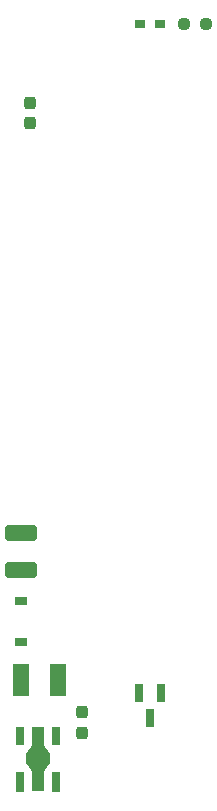
<source format=gbr>
G04 #@! TF.GenerationSoftware,KiCad,Pcbnew,8.0.4+dfsg-1*
G04 #@! TF.CreationDate,2025-02-28T19:43:57+09:00*
G04 #@! TF.ProjectId,bionic-f3850-dcdc,62696f6e-6963-42d6-9633-3835302d6463,7*
G04 #@! TF.SameCoordinates,Original*
G04 #@! TF.FileFunction,Paste,Top*
G04 #@! TF.FilePolarity,Positive*
%FSLAX46Y46*%
G04 Gerber Fmt 4.6, Leading zero omitted, Abs format (unit mm)*
G04 Created by KiCad (PCBNEW 8.0.4+dfsg-1) date 2025-02-28 19:43:57*
%MOMM*%
%LPD*%
G01*
G04 APERTURE LIST*
G04 Aperture macros list*
%AMRoundRect*
0 Rectangle with rounded corners*
0 $1 Rounding radius*
0 $2 $3 $4 $5 $6 $7 $8 $9 X,Y pos of 4 corners*
0 Add a 4 corners polygon primitive as box body*
4,1,4,$2,$3,$4,$5,$6,$7,$8,$9,$2,$3,0*
0 Add four circle primitives for the rounded corners*
1,1,$1+$1,$2,$3*
1,1,$1+$1,$4,$5*
1,1,$1+$1,$6,$7*
1,1,$1+$1,$8,$9*
0 Add four rect primitives between the rounded corners*
20,1,$1+$1,$2,$3,$4,$5,0*
20,1,$1+$1,$4,$5,$6,$7,0*
20,1,$1+$1,$6,$7,$8,$9,0*
20,1,$1+$1,$8,$9,$2,$3,0*%
%AMFreePoly0*
4,1,13,0.500000,1.050000,1.000000,0.350000,1.000000,-0.450000,0.500000,-1.150000,0.500000,-2.750000,-0.500000,-2.750000,-0.500000,-1.150000,-1.000000,-0.450000,-1.000000,0.350000,-0.500000,1.050000,-0.500000,2.750000,0.500000,2.750000,0.500000,1.050000,0.500000,1.050000,$1*%
G04 Aperture macros list end*
%ADD10R,1.041400X0.762000*%
%ADD11RoundRect,0.250000X1.100000X-0.412500X1.100000X0.412500X-1.100000X0.412500X-1.100000X-0.412500X0*%
%ADD12RoundRect,0.237500X0.237500X-0.300000X0.237500X0.300000X-0.237500X0.300000X-0.237500X-0.300000X0*%
%ADD13R,0.965200X0.762000*%
%ADD14RoundRect,0.237500X-0.250000X-0.237500X0.250000X-0.237500X0.250000X0.237500X-0.250000X0.237500X0*%
%ADD15R,1.371600X2.743200*%
%ADD16R,0.700000X1.600000*%
%ADD17FreePoly0,180.000000*%
%ADD18R,0.700000X1.700000*%
%ADD19R,0.660400X1.625600*%
G04 APERTURE END LIST*
D10*
X102778000Y-120596800D03*
X102778000Y-124076600D03*
D11*
X102778000Y-117993700D03*
X102778000Y-114868700D03*
D12*
X103489200Y-80158900D03*
X103489200Y-78433900D03*
D13*
X114576300Y-71778000D03*
X112823700Y-71778000D03*
D14*
X116597500Y-71778000D03*
X118422500Y-71778000D03*
D12*
X107934200Y-131771700D03*
X107934200Y-130046700D03*
D15*
X105902200Y-127302400D03*
X102752600Y-127302400D03*
D16*
X105724400Y-132052200D03*
D17*
X104224400Y-134002200D03*
D16*
X102724400Y-132052200D03*
D18*
X102724400Y-135902200D03*
X105724400Y-135902200D03*
D19*
X114650001Y-128420000D03*
X112749999Y-128420000D03*
X113700000Y-130552000D03*
M02*

</source>
